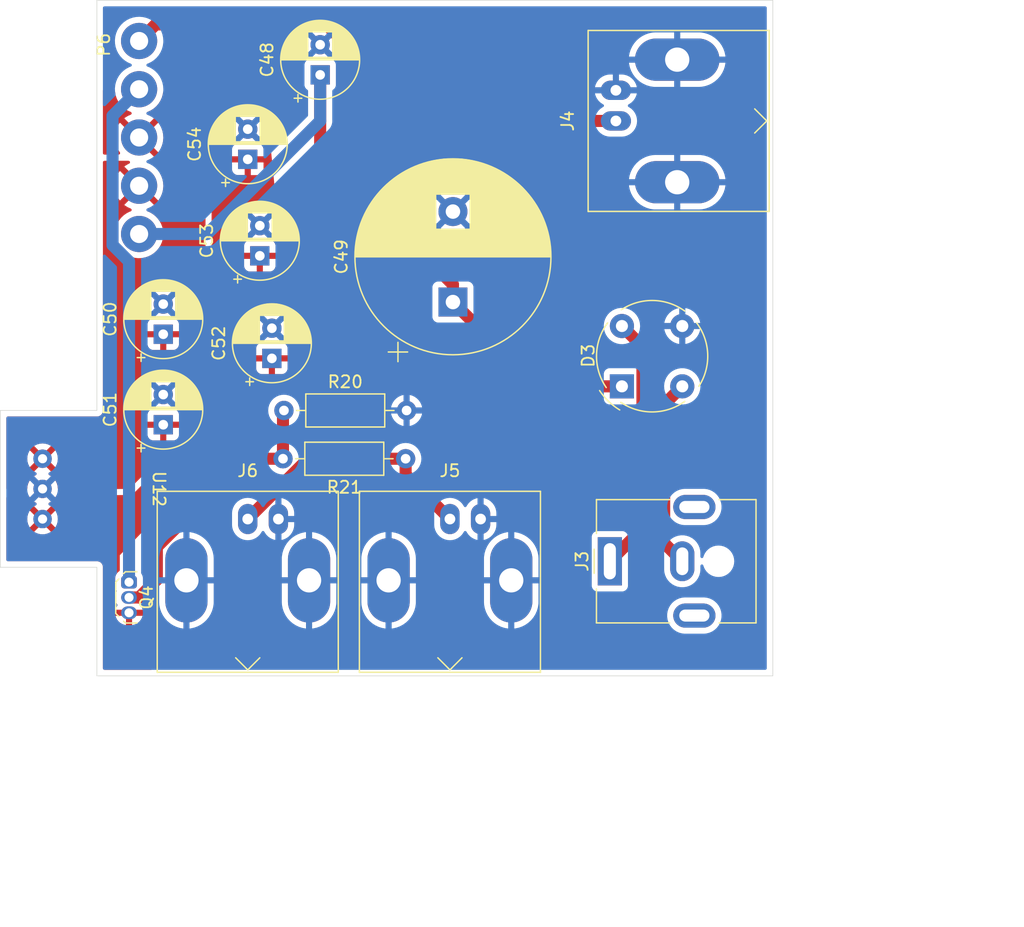
<source format=kicad_pcb>
(kicad_pcb (version 20211014) (generator pcbnew)
  (title_block (title "NES-CPU-11") (rev "11") (company "Nintendo Co., LTD") (comment 1 "Clean-Up by =Lockster=") (comment 2 "KiCad Schematic by Redherring32") (comment 3 "Reverse Engineered by Krzysiobal") (comment 4 "Forked and updated by NULL"))
  (layers (0 "F.Cu" signal) (31 "B.Cu" signal) (34 "B.Paste" user) (35 "F.Paste" user) (36 "B.SilkS" user "B.Silkscreen") (37 "F.SilkS" user "F.Silkscreen") (38 "B.Mask" user) (39 "F.Mask" user) (44 "Edge.Cuts" user))
  (net 0 "")
  (net 1 "/GND")
  (net 2 "Net-(D3-Pad2)")
  (net 3 "Net-(D3-Pad4)")
  (net 4 "Net-(J5-Pad1)")
  (net 5 "Net-(Q4-Pad2)")
  (net 6 "/RF_9V_Out")
  (net 7 "/RF_9V_In")
  (net 8 "/RF_VCC")
  (net 9 "/RF_Video")
  (net 10 "/RF_Audio")
  (footprint "Diode_THT:Diode_Bridge_Round_D9.0mm" (layer "F.Cu") (at 169.412754 89.6 90)
    (fp_text reference "D3" (at 2.54 -2.794 90) (layer "F.SilkS"))
    (fp_text value " ")
    (pad "1" thru_hole rect (at 0 0 90) (size 2 2) (drill 1) (layers *.Cu *.Mask) (net 6 "/RF_9V_Out"))
    (pad "2" thru_hole oval (at 0 5 90) (size 2 2) (drill 1) (layers *.Cu *.Mask) (net 2 "Net-(D3-Pad2)"))
    (pad "3" thru_hole oval (at 5 5 90) (size 2 2) (drill 1) (layers *.Cu *.Mask) (net 1 "/GND"))
    (pad "4" thru_hole oval (at 5 0 90) (size 2 2) (drill 1) (layers *.Cu *.Mask) (net 3 "Net-(D3-Pad4)"))
  )
  (footprint "Capacitor_THT:CP_Radial_D6.3mm_P2.50mm" (layer "F.Cu") (at 139.412754 78.782379 90)
    (fp_text reference "C53" (at 1.25 -4.4 90) (layer "F.SilkS"))
    (fp_text value ".1uF")
    (pad "1" thru_hole rect (at 0 0 90) (size 1.6 1.6) (drill 0.8) (layers *.Cu *.Mask) (net 8 "/RF_VCC"))
    (pad "2" thru_hole circle (at 2.5 0 90) (size 1.6 1.6) (drill 0.8) (layers *.Cu *.Mask) (net 1 "/GND"))
  )
  (footprint "Connector_Coaxial:BNC_Amphenol_B6252HB-NPP3G-50_Horizontal" (layer "F.Cu") (at 168.912754 67.6 -90)
    (fp_text reference "J4" (at 0 4 90) (layer "F.SilkS"))
    (fp_text value "Video")
    (pad "1" thru_hole oval (at 0 0 270) (size 1.6 2.5) (drill 0.89) (layers *.Cu *.Mask) (net 9 "/RF_Video"))
    (pad "2" thru_hole oval (at 5.08 -5.08 270) (size 3.5 7) (drill 2.01) (layers *.Cu *.Mask) (net 1 "/GND"))
    (pad "2" thru_hole oval (at -5.08 -5.08 270) (size 3.5 7) (drill 2.01) (layers *.Cu *.Mask) (net 1 "/GND"))
    (pad "2" thru_hole oval (at -2.54 0 270) (size 1.6 2.5) (drill 0.89) (layers *.Cu *.Mask) (net 1 "/GND"))
  )
  (footprint "Capacitor_THT:CP_Radial_D6.3mm_P2.50mm" (layer "F.Cu") (at 131.412754 92.782379 90)
    (fp_text reference "C51" (at 1.25 -4.4 90) (layer "F.SilkS"))
    (fp_text value "10nF")
    (pad "1" thru_hole rect (at 0 0 90) (size 1.6 1.6) (drill 0.8) (layers *.Cu *.Mask) (net 7 "/RF_9V_In"))
    (pad "2" thru_hole circle (at 2.5 0 90) (size 1.6 1.6) (drill 0.8) (layers *.Cu *.Mask) (net 1 "/GND"))
  )
  (footprint "Connector_Coaxial:BNC_Amphenol_B6252HB-NPP3G-50_Horizontal" (layer "F.Cu") (at 155.162754 100.6 180)
    (fp_text reference "J5" (at 0 4) (layer "F.SilkS"))
    (fp_text value "R Audio")
    (pad "1" thru_hole oval (at 0 0 180) (size 1.6 2.5) (drill 0.89) (layers *.Cu *.Mask) (net 4 "Net-(J5-Pad1)"))
    (pad "2" thru_hole oval (at -2.54 0 180) (size 1.6 2.5) (drill 0.89) (layers *.Cu *.Mask) (net 1 "/GND"))
    (pad "2" thru_hole oval (at 5.08 -5.08 180) (size 3.5 7) (drill 2.01) (layers *.Cu *.Mask) (net 1 "/GND"))
    (pad "2" thru_hole oval (at -5.08 -5.08 180) (size 3.5 7) (drill 2.01) (layers *.Cu *.Mask) (net 1 "/GND"))
  )
  (footprint "Capacitor_THT:CP_Radial_D6.3mm_P2.50mm" (layer "F.Cu") (at 140.412754 87.282379 90)
    (fp_text reference "C52" (at 1.25 -4.4 90) (layer "F.SilkS"))
    (fp_text value "10nF")
    (pad "1" thru_hole rect (at 0 0 90) (size 1.6 1.6) (drill 0.8) (layers *.Cu *.Mask) (net 8 "/RF_VCC"))
    (pad "2" thru_hole circle (at 2.5 0 90) (size 1.6 1.6) (drill 0.8) (layers *.Cu *.Mask) (net 1 "/GND"))
  )
  (footprint "Capacitor_THT:CP_Radial_D16.0mm_P7.50mm" (layer "F.Cu") (at 155.412754 82.612754 90)
    (fp_text reference "C49" (at 3.75 -9.25 90) (layer "F.SilkS"))
    (fp_text value "2200uF")
    (pad "1" thru_hole rect (at 0 0 90) (size 2.4 2.4) (drill 1.2) (layers *.Cu *.Mask) (net 6 "/RF_9V_Out"))
    (pad "2" thru_hole circle (at 7.5 0 90) (size 2.4 2.4) (drill 1.2) (layers *.Cu *.Mask) (net 1 "/GND"))
  )
  (footprint "Connector_Coaxial:BNC_Amphenol_B6252HB-NPP3G-50_Horizontal" (layer "F.Cu") (at 138.412754 100.6 180)
    (fp_text reference "J6" (at 0 4) (layer "F.SilkS"))
    (fp_text value "L Audio")
    (pad "1" thru_hole oval (at 0 0 180) (size 1.6 2.5) (drill 0.89) (layers *.Cu *.Mask) (net 4 "Net-(J5-Pad1)"))
    (pad "2" thru_hole oval (at -2.54 0 180) (size 1.6 2.5) (drill 0.89) (layers *.Cu *.Mask) (net 1 "/GND"))
    (pad "2" thru_hole oval (at 5.08 -5.08 180) (size 3.5 7) (drill 2.01) (layers *.Cu *.Mask) (net 1 "/GND"))
    (pad "2" thru_hole oval (at -5.08 -5.08 180) (size 3.5 7) (drill 2.01) (layers *.Cu *.Mask) (net 1 "/GND"))
  )
  (footprint "Capacitor_THT:CP_Radial_D6.3mm_P2.50mm" (layer "F.Cu") (at 144.412754 63.782379 90)
    (fp_text reference "C48" (at 1.25 -4.4 90) (layer "F.SilkS"))
    (fp_text value "10nF")
    (pad "1" thru_hole rect (at 0 0 90) (size 1.6 1.6) (drill 0.8) (layers *.Cu *.Mask) (net 6 "/RF_9V_Out"))
    (pad "2" thru_hole circle (at 2.5 0 90) (size 1.6 1.6) (drill 0.8) (layers *.Cu *.Mask) (net 1 "/GND"))
  )
  (footprint "Resistor_THT:R_Axial_DIN0207_L6.3mm_D2.5mm_P10.16mm_Horizontal" (layer "F.Cu") (at 141.412754 91.6)
    (fp_text reference "R20" (at 5.08 -2.37) (layer "F.SilkS"))
    (fp_text value "560")
    (pad "1" thru_hole circle (at 0 0) (size 1.6 1.6) (drill 0.8) (layers *.Cu *.Mask) (net 5 "Net-(Q4-Pad2)"))
    (pad "2" thru_hole oval (at 10.16 0) (size 1.6 1.6) (drill 0.8) (layers *.Cu *.Mask) (net 1 "/GND"))
  )
  (footprint "NESRE:Mod_RF_Con" (layer "F.Cu") (at 129.412754 69.036 -90)
    (fp_text reference "P6" (at -7.75 2.93 90) (layer "F.SilkS"))
    (fp_text value "MOD RF")
    (pad "1" thru_hole circle (at -8.064 0 270) (size 3 3) (drill 1.5) (layers *.Cu *.Mask) (net 9 "/RF_Video"))
    (pad "2" thru_hole circle (at -4.064 0 270) (size 3 3) (drill 1.5) (layers *.Cu *.Mask) (net 10 "/RF_Audio"))
    (pad "3" thru_hole circle (at -0.064 0 270) (size 3 3) (drill 1.5) (layers *.Cu *.Mask) (net 8 "/RF_VCC"))
    (pad "4" thru_hole circle (at 3.936 0 270) (size 3 3) (drill 1.5) (layers *.Cu *.Mask) (net 7 "/RF_9V_In"))
    (pad "5" thru_hole circle (at 7.936 0 270) (size 3 3) (drill 1.5) (layers *.Cu *.Mask) (net 6 "/RF_9V_Out"))
  )
  (footprint "Capacitor_THT:CP_Radial_D6.3mm_P2.50mm" (layer "F.Cu") (at 138.412754 70.782379 90)
    (fp_text reference "C54" (at 1.25 -4.4 90) (layer "F.SilkS"))
    (fp_text value "10uF")
    (pad "1" thru_hole rect (at 0 0 90) (size 1.6 1.6) (drill 0.8) (layers *.Cu *.Mask) (net 8 "/RF_VCC"))
    (pad "2" thru_hole circle (at 2.5 0 90) (size 1.6 1.6) (drill 0.8) (layers *.Cu *.Mask) (net 1 "/GND"))
  )
  (footprint "Package_TO_SOT_THT:TO-92Flat" (layer "F.Cu") (at 128.577754 105.83 -90)
    (fp_text reference "Q4" (at 1.27 -1.45 90) (layer "F.SilkS"))
    (fp_text value "BC817")
    (pad "1" thru_hole roundrect (at 0 0 270) (size 1.05 1.3) (drill 0.75) (layers *.Cu *.Mask) (roundrect_rratio 0.238) (net 10 "/RF_Audio"))
    (pad "2" thru_hole oval (at 1.27 0 270) (size 1.05 1.3) (drill 0.75) (layers *.Cu *.Mask) (net 5 "Net-(Q4-Pad2)"))
    (pad "3" thru_hole oval (at 2.54 0 270) (size 1.05 1.3) (drill 0.75) (layers *.Cu *.Mask) (net 8 "/RF_VCC"))
  )
  (footprint "NESRE:7805" (layer "F.Cu") (at 121.412754 98.1 -90)
    (fp_text reference "U12" (at 0 -9.652 -90 unlocked) (layer "F.SilkS"))
    (fp_text value "L7805")
    (pad "1" thru_hole circle (at -2.5 0 270) (size 1.524 1.524) (drill 0.762) (layers *.Cu *.Mask) (net 7 "/RF_9V_In"))
    (pad "2" thru_hole circle (at 0 0 270) (size 1.524 1.524) (drill 0.762) (layers *.Cu *.Mask) (net 1 "/GND"))
    (pad "3" thru_hole circle (at 2.5 0 270) (size 1.524 1.524) (drill 0.762) (layers *.Cu *.Mask) (net 8 "/RF_VCC"))
  )
  (footprint "Resistor_THT:R_Axial_DIN0207_L6.3mm_D2.5mm_P10.16mm_Horizontal" (layer "F.Cu") (at 151.492754 95.6 180)
    (fp_text reference "R21" (at 5.08 -2.37) (layer "F.SilkS"))
    (fp_text value "75")
    (pad "1" thru_hole circle (at 0 0 180) (size 1.6 1.6) (drill 0.8) (layers *.Cu *.Mask) (net 4 "Net-(J5-Pad1)"))
    (pad "2" thru_hole oval (at 10.16 0 180) (size 1.6 1.6) (drill 0.8) (layers *.Cu *.Mask) (net 5 "Net-(Q4-Pad2)"))
  )
  (footprint "Capacitor_THT:CP_Radial_D6.3mm_P2.50mm" (layer "F.Cu") (at 131.412754 85.282379 90)
    (fp_text reference "C50" (at 1.25 -4.4 90) (layer "F.SilkS"))
    (fp_text value "100uF")
    (pad "1" thru_hole rect (at 0 0 90) (size 1.6 1.6) (drill 0.8) (layers *.Cu *.Mask) (net 7 "/RF_9V_In"))
    (pad "2" thru_hole circle (at 2.5 0 90) (size 1.6 1.6) (drill 0.8) (layers *.Cu *.Mask) (net 1 "/GND"))
  )
  (footprint "Connector_BarrelJack:BarrelJack_CUI_PJ-063AH_Horizontal" (layer "F.Cu") (at 168.412754 104.1 90)
    (fp_text reference "J3" (at 0 -2.3 90) (layer "F.SilkS"))
    (fp_text value " ")
    (pad "" np_thru_hole circle (at 0 9 90) (size 1.6 1.6) (drill 1.6) (layers *.Cu *.Mask))
    (pad "1" thru_hole rect (at 0 0 90) (size 4 2) (drill oval 3 1) (layers *.Cu *.Mask) (net 3 "Net-(D3-Pad4)"))
    (pad "2" thru_hole oval (at 0 6 90) (size 3.3 2) (drill oval 2.3 1) (layers *.Cu *.Mask) (net 2 "Net-(D3-Pad2)"))
    (pad "MP" thru_hole oval (at -4.5 7 90) (size 2 3.5) (drill oval 1 2.5) (layers *.Cu *.Mask))
    (pad "MP" thru_hole oval (at 4.5 7 90) (size 2 3.5) (drill oval 1 2.5) (layers *.Cu *.Mask))
  )
  (gr_line (start 125.912754 57.6) (end 125.912754 91.6) (layer "Edge.Cuts") (width 0.05))
  (gr_line (start 117.912754 104.6) (end 125.912754 104.6) (layer "Edge.Cuts") (width 0.05))
  (gr_line (start 125.912754 113.6) (end 181.912754 113.6) (layer "Edge.Cuts") (width 0.05))
  (gr_line (start 125.912754 104.6) (end 125.912754 113.6) (layer "Edge.Cuts") (width 0.05))
  (gr_line (start 125.912754 91.6) (end 117.912754 91.6) (layer "Edge.Cuts") (width 0.05))
  (gr_line (start 117.912754 91.6) (end 117.912754 104.6) (layer "Edge.Cuts") (width 0.05))
  (gr_line (start 181.912754 57.6) (end 125.912754 57.6) (layer "Edge.Cuts") (width 0.05))
  (gr_line (start 181.912754 113.6) (end 181.912754 57.6) (layer "Edge.Cuts") (width 0.05))
  (segment (start 172.912754 91.1) (end 174.412754 89.6) (width 1) (layer "F.Cu") (net 2))
  (segment (start 172.912754 102.6) (end 172.912754 91.1) (width 1) (layer "F.Cu") (net 2))
  (segment (start 174.412754 104.1) (end 172.912754 102.6) (width 1) (layer "F.Cu") (net 2))
  (segment (start 171.112754 101.4) (end 168.412754 104.1) (width 1) (layer "F.Cu") (net 3))
  (segment (start 171.112754 86.3) (end 171.112754 101.4) (width 1) (layer "F.Cu") (net 3))
  (segment (start 169.412754 84.6) (end 171.112754 86.3) (width 1) (layer "F.Cu") (net 3))
  (segment (start 151.492754 95.6) (end 143.412754 95.6) (width 1) (layer "F.Cu") (net 4))
  (segment (start 151.492754 96.93) (end 155.162754 100.6) (width 1) (layer "F.Cu") (net 4))
  (segment (start 143.412754 95.6) (end 138.412754 100.6) (width 1) (layer "F.Cu") (net 4))
  (segment (start 151.492754 95.6) (end 151.492754 96.93) (width 1) (layer "F.Cu") (net 4))
  (segment (start 138.197931 95.6) (end 141.332754 95.6) (width 1) (layer "F.Cu") (net 5))
  (segment (start 130.882754 102.915177) (end 138.197931 95.6) (width 1) (layer "F.Cu") (net 5))
  (segment (start 128.577754 107.1) (end 129.412754 107.1) (width 1) (layer "F.Cu") (net 5))
  (segment (start 129.412754 107.1) (end 130.882754 105.63) (width 1) (layer "F.Cu") (net 5))
  (segment (start 141.332754 91.68) (end 141.412754 91.6) (width 0.25) (layer "F.Cu") (net 5))
  (segment (start 130.882754 105.63) (end 130.882754 102.915177) (width 1) (layer "F.Cu") (net 5))
  (segment (start 141.332754 95.6) (end 141.332754 91.68) (width 1) (layer "F.Cu") (net 5))
  (segment (start 162.4 89.6) (end 155.412754 82.612754) (width 1) (layer "F.Cu") (net 6))
  (segment (start 155.412754 82.612754) (end 155.412754 81.162754) (width 1) (layer "F.Cu") (net 6))
  (segment (start 144.412754 70.162754) (end 144.412754 63.782379) (width 1) (layer "F.Cu") (net 6))
  (segment (start 169.412754 89.6) (end 162.4 89.6) (width 1) (layer "F.Cu") (net 6))
  (segment (start 155.412754 81.162754) (end 144.412754 70.162754) (width 1) (layer "F.Cu") (net 6))
  (segment (start 144.412754 67.6) (end 135.040754 76.972) (width 1) (layer "B.Cu") (net 6))
  (segment (start 135.040754 76.972) (end 129.412754 76.972) (width 1) (layer "B.Cu") (net 6))
  (segment (start 144.412754 63.782379) (end 144.412754 67.6) (width 1) (layer "B.Cu") (net 6))
  (segment (start 138.412754 70.782379) (end 138.287754 70.907379) (width 0.25) (layer "F.Cu") (net 8))
  (segment (start 128.520672 108.37) (end 128.577754 108.37) (width 0.25) (layer "F.Cu") (net 8))
  (segment (start 130.784754 59.6) (end 144.912754 59.6) (width 1) (layer "F.Cu") (net 9))
  (segment (start 144.912754 59.6) (end 152.912754 67.6) (width 1) (layer "F.Cu") (net 9))
  (segment (start 129.412754 60.972) (end 130.784754 59.6) (width 1) (layer "F.Cu") (net 9))
  (segment (start 152.912754 67.6) (end 168.912754 67.6) (width 1) (layer "F.Cu") (net 9))
  (segment (start 127.212754 67.172) (end 129.412754 64.972) (width 1) (layer "B.Cu") (net 10))
  (segment (start 128.577754 79.24827) (end 127.212754 77.88327) (width 1) (layer "B.Cu") (net 10))
  (segment (start 127.212754 77.88327) (end 127.212754 67.172) (width 1) (layer "B.Cu") (net 10))
  (segment (start 128.577754 105.83) (end 128.577754 79.24827) (width 1) (layer "B.Cu") (net 10))
  (zone (net 8) (net_name "/RF_VCC") (layer "F.Cu") (connect_pads (clearance 0.5)) (min_thickness 0.254) (fill yes (thermal_gap 0.508) (thermal_bridge_width 0.508))
    (polygon (pts (xy 128.512754 98.2) (xy 135.012754 91.9) (xy 135.012754 74.9) (xy 130.312754 70.9) (xy 125.912754 70.9) (xy 125.912754 64.9) (xy 132.412754 65.2) (xy 140.312754 69.8) (xy 142.212754 88.7) (xy 127.812754 103.6) (xy 127.812754 107.7) (xy 130.612754 107.7) (xy 130.512754 113.4) (xy 126.112754 113.4) (xy 126.012754 104.2) (xy 118.212754 104.5) (xy 118.212754 98.2)))
  )
  (zone (net 7) (net_name "/RF_9V_In") (layer "F.Cu") (priority 1) (connect_pads (clearance 0.5)) (min_thickness 0.254) (fill yes (thermal_gap 0.508) (thermal_bridge_width 0.508))
    (polygon (pts (xy 126.112754 91.8) (xy 125.912754 70.9) (xy 130.312754 70.9) (xy 134.912754 74.9) (xy 134.912754 91.8) (xy 128.612754 98.1) (xy 118.112754 98.2) (xy 118.112754 91.8)))
  )
  (zone (net 1) (net_name "/GND") (layer "B.Cu") (connect_pads (clearance 0.5)) (min_thickness 0.254) (fill yes (thermal_gap 0.508) (thermal_bridge_width 0.508))
    (polygon (pts (xy 125.912754 91.6) (xy 125.912754 57.6) (xy 181.912754 57.6) (xy 181.912754 113.6) (xy 125.912754 113.6) (xy 125.912754 104.6) (xy 117.912754 104.6) (xy 117.912754 91.6)))
  )
)
</source>
